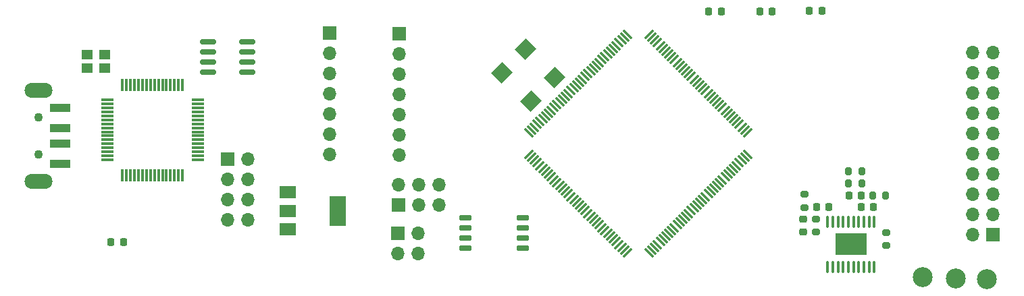
<source format=gbr>
%TF.GenerationSoftware,KiCad,Pcbnew,7.0.6-7.0.6~ubuntu20.04.1*%
%TF.CreationDate,2023-10-29T13:00:39+01:00*%
%TF.ProjectId,amurNutzlast,616d7572-4e75-4747-9a6c-6173742e6b69,rev?*%
%TF.SameCoordinates,Original*%
%TF.FileFunction,Soldermask,Top*%
%TF.FilePolarity,Negative*%
%FSLAX46Y46*%
G04 Gerber Fmt 4.6, Leading zero omitted, Abs format (unit mm)*
G04 Created by KiCad (PCBNEW 7.0.6-7.0.6~ubuntu20.04.1) date 2023-10-29 13:00:39*
%MOMM*%
%LPD*%
G01*
G04 APERTURE LIST*
G04 Aperture macros list*
%AMRoundRect*
0 Rectangle with rounded corners*
0 $1 Rounding radius*
0 $2 $3 $4 $5 $6 $7 $8 $9 X,Y pos of 4 corners*
0 Add a 4 corners polygon primitive as box body*
4,1,4,$2,$3,$4,$5,$6,$7,$8,$9,$2,$3,0*
0 Add four circle primitives for the rounded corners*
1,1,$1+$1,$2,$3*
1,1,$1+$1,$4,$5*
1,1,$1+$1,$6,$7*
1,1,$1+$1,$8,$9*
0 Add four rect primitives between the rounded corners*
20,1,$1+$1,$2,$3,$4,$5,0*
20,1,$1+$1,$4,$5,$6,$7,0*
20,1,$1+$1,$6,$7,$8,$9,0*
20,1,$1+$1,$8,$9,$2,$3,0*%
%AMRotRect*
0 Rectangle, with rotation*
0 The origin of the aperture is its center*
0 $1 length*
0 $2 width*
0 $3 Rotation angle, in degrees counterclockwise*
0 Add horizontal line*
21,1,$1,$2,0,0,$3*%
G04 Aperture macros list end*
%ADD10R,1.700000X1.700000*%
%ADD11O,1.700000X1.700000*%
%ADD12R,2.000000X1.500000*%
%ADD13R,2.000000X3.800000*%
%ADD14RoundRect,0.225000X-0.225000X-0.250000X0.225000X-0.250000X0.225000X0.250000X-0.225000X0.250000X0*%
%ADD15RoundRect,0.200000X-0.275000X0.200000X-0.275000X-0.200000X0.275000X-0.200000X0.275000X0.200000X0*%
%ADD16RoundRect,0.075000X-0.700000X-0.075000X0.700000X-0.075000X0.700000X0.075000X-0.700000X0.075000X0*%
%ADD17RoundRect,0.075000X-0.075000X-0.700000X0.075000X-0.700000X0.075000X0.700000X-0.075000X0.700000X0*%
%ADD18RoundRect,0.218750X0.218750X0.256250X-0.218750X0.256250X-0.218750X-0.256250X0.218750X-0.256250X0*%
%ADD19C,2.500000*%
%ADD20RoundRect,0.150000X-0.650000X-0.150000X0.650000X-0.150000X0.650000X0.150000X-0.650000X0.150000X0*%
%ADD21RoundRect,0.075000X-0.521491X0.415425X0.415425X-0.521491X0.521491X-0.415425X-0.415425X0.521491X0*%
%ADD22RoundRect,0.075000X-0.521491X-0.415425X-0.415425X-0.521491X0.521491X0.415425X0.415425X0.521491X0*%
%ADD23RoundRect,0.200000X-0.200000X-0.275000X0.200000X-0.275000X0.200000X0.275000X-0.200000X0.275000X0*%
%ADD24R,1.400000X1.200000*%
%ADD25RoundRect,0.100000X-0.100000X0.637500X-0.100000X-0.637500X0.100000X-0.637500X0.100000X0.637500X0*%
%ADD26R,3.860000X2.740000*%
%ADD27RoundRect,0.200000X0.275000X-0.200000X0.275000X0.200000X-0.275000X0.200000X-0.275000X-0.200000X0*%
%ADD28RoundRect,0.200000X0.200000X0.275000X-0.200000X0.275000X-0.200000X-0.275000X0.200000X-0.275000X0*%
%ADD29RotRect,1.800000X2.000000X315.000000*%
%ADD30RoundRect,0.225000X0.225000X0.250000X-0.225000X0.250000X-0.225000X-0.250000X0.225000X-0.250000X0*%
%ADD31RoundRect,0.225000X-0.250000X0.225000X-0.250000X-0.225000X0.250000X-0.225000X0.250000X0.225000X0*%
%ADD32C,1.100000*%
%ADD33R,2.500000X1.100000*%
%ADD34O,3.500000X1.900000*%
%ADD35RoundRect,0.150000X-0.825000X-0.150000X0.825000X-0.150000X0.825000X0.150000X-0.825000X0.150000X0*%
G04 APERTURE END LIST*
D10*
%TO.C,J7*%
X98275000Y-34980000D03*
D11*
X98275000Y-37520000D03*
X98275000Y-40060000D03*
X98275000Y-42600000D03*
X98275000Y-45140000D03*
X98275000Y-47680000D03*
X98275000Y-50220000D03*
%TD*%
D12*
%TO.C,U7*%
X84286000Y-54936000D03*
X84286000Y-57236000D03*
D13*
X90586000Y-57236000D03*
D12*
X84286000Y-59536000D03*
%TD*%
D14*
%TO.C,C20*%
X150575000Y-56800000D03*
X152125000Y-56800000D03*
%TD*%
D15*
%TO.C,R13*%
X159350000Y-59975000D03*
X159350000Y-61625000D03*
%TD*%
D16*
%TO.C,U4*%
X61695000Y-43326000D03*
X61695000Y-43826000D03*
X61695000Y-44326000D03*
X61695000Y-44826000D03*
X61695000Y-45326000D03*
X61695000Y-45826000D03*
X61695000Y-46326000D03*
X61695000Y-46826000D03*
X61695000Y-47326000D03*
X61695000Y-47826000D03*
X61695000Y-48326000D03*
X61695000Y-48826000D03*
X61695000Y-49326000D03*
X61695000Y-49826000D03*
X61695000Y-50326000D03*
X61695000Y-50826000D03*
D17*
X63620000Y-52751000D03*
X64120000Y-52751000D03*
X64620000Y-52751000D03*
X65120000Y-52751000D03*
X65620000Y-52751000D03*
X66120000Y-52751000D03*
X66620000Y-52751000D03*
X67120000Y-52751000D03*
X67620000Y-52751000D03*
X68120000Y-52751000D03*
X68620000Y-52751000D03*
X69120000Y-52751000D03*
X69620000Y-52751000D03*
X70120000Y-52751000D03*
X70620000Y-52751000D03*
X71120000Y-52751000D03*
D16*
X73045000Y-50826000D03*
X73045000Y-50326000D03*
X73045000Y-49826000D03*
X73045000Y-49326000D03*
X73045000Y-48826000D03*
X73045000Y-48326000D03*
X73045000Y-47826000D03*
X73045000Y-47326000D03*
X73045000Y-46826000D03*
X73045000Y-46326000D03*
X73045000Y-45826000D03*
X73045000Y-45326000D03*
X73045000Y-44826000D03*
X73045000Y-44326000D03*
X73045000Y-43826000D03*
X73045000Y-43326000D03*
D17*
X71120000Y-41401000D03*
X70620000Y-41401000D03*
X70120000Y-41401000D03*
X69620000Y-41401000D03*
X69120000Y-41401000D03*
X68620000Y-41401000D03*
X68120000Y-41401000D03*
X67620000Y-41401000D03*
X67120000Y-41401000D03*
X66620000Y-41401000D03*
X66120000Y-41401000D03*
X65620000Y-41401000D03*
X65120000Y-41401000D03*
X64620000Y-41401000D03*
X64120000Y-41401000D03*
X63620000Y-41401000D03*
%TD*%
D18*
%TO.C,D2*%
X138637500Y-32200000D03*
X137062500Y-32200000D03*
%TD*%
D19*
%TO.C,TP3*%
X171950000Y-65800000D03*
%TD*%
D15*
%TO.C,R11*%
X150550000Y-58275000D03*
X150550000Y-59925000D03*
%TD*%
D19*
%TO.C,TP1*%
X168050000Y-65700000D03*
%TD*%
D18*
%TO.C,D3*%
X145037500Y-32200000D03*
X143462500Y-32200000D03*
%TD*%
D20*
%TO.C,U6*%
X106550000Y-58095000D03*
X106550000Y-59365000D03*
X106550000Y-60635000D03*
X106550000Y-61905000D03*
X113750000Y-61905000D03*
X113750000Y-60635000D03*
X113750000Y-59365000D03*
X113750000Y-58095000D03*
%TD*%
D21*
%TO.C,U1*%
X126897658Y-35073290D03*
X126544105Y-35426843D03*
X126190551Y-35780396D03*
X125836998Y-36133950D03*
X125483445Y-36487503D03*
X125129891Y-36841057D03*
X124776338Y-37194610D03*
X124422785Y-37548163D03*
X124069231Y-37901717D03*
X123715678Y-38255270D03*
X123362124Y-38608824D03*
X123008571Y-38962377D03*
X122655018Y-39315930D03*
X122301464Y-39669484D03*
X121947911Y-40023037D03*
X121594357Y-40376590D03*
X121240804Y-40730144D03*
X120887251Y-41083697D03*
X120533697Y-41437251D03*
X120180144Y-41790804D03*
X119826590Y-42144357D03*
X119473037Y-42497911D03*
X119119484Y-42851464D03*
X118765930Y-43205018D03*
X118412377Y-43558571D03*
X118058824Y-43912124D03*
X117705270Y-44265678D03*
X117351717Y-44619231D03*
X116998163Y-44972785D03*
X116644610Y-45326338D03*
X116291057Y-45679891D03*
X115937503Y-46033445D03*
X115583950Y-46386998D03*
X115230396Y-46740551D03*
X114876843Y-47094105D03*
X114523290Y-47447658D03*
D22*
X114523290Y-50152342D03*
X114876843Y-50505895D03*
X115230396Y-50859449D03*
X115583950Y-51213002D03*
X115937503Y-51566555D03*
X116291057Y-51920109D03*
X116644610Y-52273662D03*
X116998163Y-52627215D03*
X117351717Y-52980769D03*
X117705270Y-53334322D03*
X118058824Y-53687876D03*
X118412377Y-54041429D03*
X118765930Y-54394982D03*
X119119484Y-54748536D03*
X119473037Y-55102089D03*
X119826590Y-55455643D03*
X120180144Y-55809196D03*
X120533697Y-56162749D03*
X120887251Y-56516303D03*
X121240804Y-56869856D03*
X121594357Y-57223410D03*
X121947911Y-57576963D03*
X122301464Y-57930516D03*
X122655018Y-58284070D03*
X123008571Y-58637623D03*
X123362124Y-58991176D03*
X123715678Y-59344730D03*
X124069231Y-59698283D03*
X124422785Y-60051837D03*
X124776338Y-60405390D03*
X125129891Y-60758943D03*
X125483445Y-61112497D03*
X125836998Y-61466050D03*
X126190551Y-61819604D03*
X126544105Y-62173157D03*
X126897658Y-62526710D03*
D21*
X129602342Y-62526710D03*
X129955895Y-62173157D03*
X130309449Y-61819604D03*
X130663002Y-61466050D03*
X131016555Y-61112497D03*
X131370109Y-60758943D03*
X131723662Y-60405390D03*
X132077215Y-60051837D03*
X132430769Y-59698283D03*
X132784322Y-59344730D03*
X133137876Y-58991176D03*
X133491429Y-58637623D03*
X133844982Y-58284070D03*
X134198536Y-57930516D03*
X134552089Y-57576963D03*
X134905643Y-57223410D03*
X135259196Y-56869856D03*
X135612749Y-56516303D03*
X135966303Y-56162749D03*
X136319856Y-55809196D03*
X136673410Y-55455643D03*
X137026963Y-55102089D03*
X137380516Y-54748536D03*
X137734070Y-54394982D03*
X138087623Y-54041429D03*
X138441176Y-53687876D03*
X138794730Y-53334322D03*
X139148283Y-52980769D03*
X139501837Y-52627215D03*
X139855390Y-52273662D03*
X140208943Y-51920109D03*
X140562497Y-51566555D03*
X140916050Y-51213002D03*
X141269604Y-50859449D03*
X141623157Y-50505895D03*
X141976710Y-50152342D03*
D22*
X141976710Y-47447658D03*
X141623157Y-47094105D03*
X141269604Y-46740551D03*
X140916050Y-46386998D03*
X140562497Y-46033445D03*
X140208943Y-45679891D03*
X139855390Y-45326338D03*
X139501837Y-44972785D03*
X139148283Y-44619231D03*
X138794730Y-44265678D03*
X138441176Y-43912124D03*
X138087623Y-43558571D03*
X137734070Y-43205018D03*
X137380516Y-42851464D03*
X137026963Y-42497911D03*
X136673410Y-42144357D03*
X136319856Y-41790804D03*
X135966303Y-41437251D03*
X135612749Y-41083697D03*
X135259196Y-40730144D03*
X134905643Y-40376590D03*
X134552089Y-40023037D03*
X134198536Y-39669484D03*
X133844982Y-39315930D03*
X133491429Y-38962377D03*
X133137876Y-38608824D03*
X132784322Y-38255270D03*
X132430769Y-37901717D03*
X132077215Y-37548163D03*
X131723662Y-37194610D03*
X131370109Y-36841057D03*
X131016555Y-36487503D03*
X130663002Y-36133950D03*
X130309449Y-35780396D03*
X129955895Y-35426843D03*
X129602342Y-35073290D03*
%TD*%
D18*
%TO.C,D6*%
X63712500Y-61173000D03*
X62137500Y-61173000D03*
%TD*%
D10*
%TO.C,J5*%
X89595000Y-34879000D03*
D11*
X89595000Y-37419000D03*
X89595000Y-39959000D03*
X89595000Y-42499000D03*
X89595000Y-45039000D03*
X89595000Y-47579000D03*
X89595000Y-50119000D03*
%TD*%
D10*
%TO.C,J1*%
X98225000Y-56475000D03*
D11*
X98225000Y-53935000D03*
X100765000Y-56475000D03*
X100765000Y-53935000D03*
X103305000Y-56475000D03*
X103305000Y-53935000D03*
%TD*%
D23*
%TO.C,R14*%
X154625000Y-53800000D03*
X156275000Y-53800000D03*
%TD*%
D24*
%TO.C,Y1*%
X61400000Y-37650000D03*
X59200000Y-37650000D03*
X59200000Y-39350000D03*
X61400000Y-39350000D03*
%TD*%
D18*
%TO.C,D4*%
X151287500Y-32100000D03*
X149712500Y-32100000D03*
%TD*%
D25*
%TO.C,U2*%
X157840000Y-58587500D03*
X157190000Y-58587500D03*
X156540000Y-58587500D03*
X155890000Y-58587500D03*
X155240000Y-58587500D03*
X154590000Y-58587500D03*
X153940000Y-58587500D03*
X153290000Y-58587500D03*
X152640000Y-58587500D03*
X151990000Y-58587500D03*
X151990000Y-64312500D03*
X152640000Y-64312500D03*
X153290000Y-64312500D03*
X153940000Y-64312500D03*
X154590000Y-64312500D03*
X155240000Y-64312500D03*
X155890000Y-64312500D03*
X156540000Y-64312500D03*
X157190000Y-64312500D03*
X157840000Y-64312500D03*
D26*
X154915000Y-61450000D03*
%TD*%
D27*
%TO.C,R10*%
X149050000Y-56825000D03*
X149050000Y-55175000D03*
%TD*%
D28*
%TO.C,R9*%
X156275000Y-52300000D03*
X154625000Y-52300000D03*
%TD*%
D29*
%TO.C,X1*%
X111169025Y-39888873D03*
X114761127Y-43480975D03*
X117730975Y-40511127D03*
X114138873Y-36919025D03*
%TD*%
D30*
%TO.C,C22*%
X156225000Y-55300000D03*
X154675000Y-55300000D03*
%TD*%
D10*
%TO.C,J4*%
X76768000Y-50759000D03*
D11*
X79308000Y-50759000D03*
X76768000Y-53299000D03*
X79308000Y-53299000D03*
X76768000Y-55839000D03*
X79308000Y-55839000D03*
X76768000Y-58379000D03*
X79308000Y-58379000D03*
%TD*%
D31*
%TO.C,C21*%
X148950000Y-58325000D03*
X148950000Y-59875000D03*
%TD*%
D10*
%TO.C,J8*%
X172750000Y-60260000D03*
D11*
X170210000Y-60260000D03*
X172750000Y-57720000D03*
X170210000Y-57720000D03*
X172750000Y-55180000D03*
X170210000Y-55180000D03*
X172750000Y-52640000D03*
X170210000Y-52640000D03*
X172750000Y-50100000D03*
X170210000Y-50100000D03*
X172750000Y-47560000D03*
X170210000Y-47560000D03*
X172750000Y-45020000D03*
X170210000Y-45020000D03*
X172750000Y-42480000D03*
X170210000Y-42480000D03*
X172750000Y-39940000D03*
X170210000Y-39940000D03*
X172750000Y-37400000D03*
X170210000Y-37400000D03*
%TD*%
D23*
%TO.C,R12*%
X157625000Y-55300000D03*
X159275000Y-55300000D03*
%TD*%
D14*
%TO.C,C19*%
X156175000Y-56800000D03*
X157725000Y-56800000D03*
%TD*%
D19*
%TO.C,TP2*%
X163950000Y-65600000D03*
%TD*%
D32*
%TO.C,J6*%
X53061000Y-50138000D03*
X53061000Y-45538000D03*
D33*
X55811000Y-51338000D03*
X55811000Y-48838000D03*
X55811000Y-46838000D03*
X55811000Y-44338000D03*
D34*
X53061000Y-53538000D03*
X53061000Y-42138000D03*
%TD*%
D10*
%TO.C,J2*%
X98160000Y-60100000D03*
D11*
X100700000Y-60100000D03*
X98160000Y-62640000D03*
X100700000Y-62640000D03*
%TD*%
D35*
%TO.C,U5*%
X74293000Y-36027000D03*
X74293000Y-37297000D03*
X74293000Y-38567000D03*
X74293000Y-39837000D03*
X79243000Y-39837000D03*
X79243000Y-38567000D03*
X79243000Y-37297000D03*
X79243000Y-36027000D03*
%TD*%
M02*

</source>
